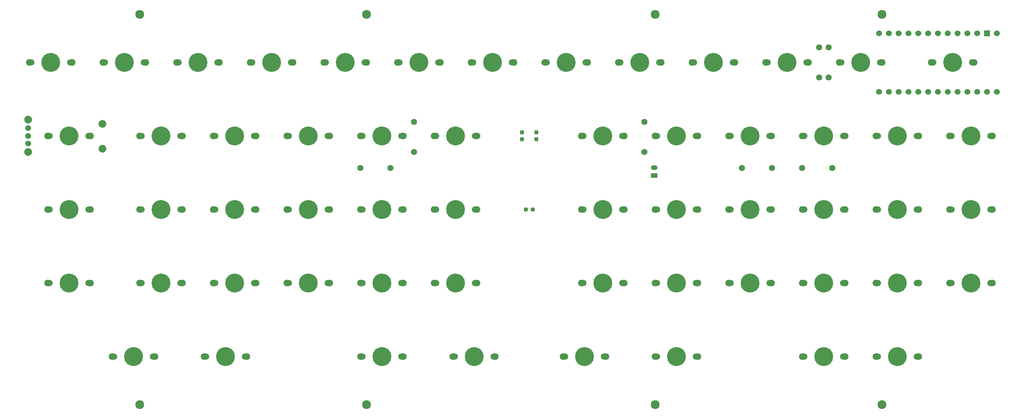
<source format=gbr>
%TF.GenerationSoftware,KiCad,Pcbnew,(6.0.5-0)*%
%TF.CreationDate,2022-06-30T23:43:56+09:00*%
%TF.ProjectId,denpa,64656e70-612e-46b6-9963-61645f706362,1*%
%TF.SameCoordinates,Original*%
%TF.FileFunction,Soldermask,Top*%
%TF.FilePolarity,Negative*%
%FSLAX46Y46*%
G04 Gerber Fmt 4.6, Leading zero omitted, Abs format (unit mm)*
G04 Created by KiCad (PCBNEW (6.0.5-0)) date 2022-06-30 23:43:56*
%MOMM*%
%LPD*%
G01*
G04 APERTURE LIST*
G04 Aperture macros list*
%AMRoundRect*
0 Rectangle with rounded corners*
0 $1 Rounding radius*
0 $2 $3 $4 $5 $6 $7 $8 $9 X,Y pos of 4 corners*
0 Add a 4 corners polygon primitive as box body*
4,1,4,$2,$3,$4,$5,$6,$7,$8,$9,$2,$3,0*
0 Add four circle primitives for the rounded corners*
1,1,$1+$1,$2,$3*
1,1,$1+$1,$4,$5*
1,1,$1+$1,$6,$7*
1,1,$1+$1,$8,$9*
0 Add four rect primitives between the rounded corners*
20,1,$1+$1,$2,$3,$4,$5,0*
20,1,$1+$1,$4,$5,$6,$7,0*
20,1,$1+$1,$6,$7,$8,$9,0*
20,1,$1+$1,$8,$9,$2,$3,0*%
G04 Aperture macros list end*
%ADD10C,1.700000*%
%ADD11C,1.800000*%
%ADD12C,4.900000*%
%ADD13C,2.300000*%
%ADD14RoundRect,0.237500X0.237500X-0.287500X0.237500X0.287500X-0.237500X0.287500X-0.237500X-0.287500X0*%
%ADD15RoundRect,0.237500X-0.287500X-0.237500X0.287500X-0.237500X0.287500X0.237500X-0.287500X0.237500X0*%
%ADD16C,1.524000*%
%ADD17R,1.524000X1.524000*%
%ADD18RoundRect,0.250000X0.625000X-0.350000X0.625000X0.350000X-0.625000X0.350000X-0.625000X-0.350000X0*%
%ADD19O,1.750000X1.200000*%
%ADD20C,1.600000*%
%ADD21C,2.000000*%
%ADD22C,1.500000*%
G04 APERTURE END LIST*
D10*
%TO.C,SW13*%
X84725000Y-96800000D03*
D11*
X85145000Y-96800000D03*
D12*
X79645000Y-96800000D03*
D11*
X74145000Y-96800000D03*
D10*
X74565000Y-96800000D03*
%TD*%
D11*
%TO.C,SW53*%
X256595000Y-96800000D03*
X245595000Y-96800000D03*
D10*
X256175000Y-96800000D03*
D12*
X251095000Y-96800000D03*
D10*
X246015000Y-96800000D03*
%TD*%
%TO.C,SW12*%
X84725000Y-77750000D03*
D11*
X74145000Y-77750000D03*
D10*
X74565000Y-77750000D03*
D12*
X79645000Y-77750000D03*
D11*
X85145000Y-77750000D03*
%TD*%
%TO.C,SW56*%
X270882500Y-58700000D03*
D10*
X260302500Y-58700000D03*
X270462500Y-58700000D03*
D11*
X259882500Y-58700000D03*
D12*
X265382500Y-58700000D03*
%TD*%
D10*
%TO.C,SW30*%
X136477500Y-134900000D03*
D11*
X147057500Y-134900000D03*
D12*
X141557500Y-134900000D03*
D10*
X146637500Y-134900000D03*
D11*
X136057500Y-134900000D03*
%TD*%
D12*
%TO.C,SW21*%
X108220000Y-58700000D03*
D10*
X113300000Y-58700000D03*
D11*
X113720000Y-58700000D03*
X102720000Y-58700000D03*
D10*
X103140000Y-58700000D03*
%TD*%
D11*
%TO.C,SW44*%
X207495000Y-96800000D03*
D12*
X212995000Y-96800000D03*
D11*
X218495000Y-96800000D03*
D10*
X207915000Y-96800000D03*
X218075000Y-96800000D03*
%TD*%
%TO.C,SW27*%
X141870000Y-77750000D03*
D11*
X131290000Y-77750000D03*
X142290000Y-77750000D03*
D10*
X131710000Y-77750000D03*
D12*
X136790000Y-77750000D03*
%TD*%
D10*
%TO.C,SW6*%
X45990000Y-58700000D03*
D12*
X51070000Y-58700000D03*
D10*
X56150000Y-58700000D03*
D11*
X45570000Y-58700000D03*
X56570000Y-58700000D03*
%TD*%
%TO.C,SW23*%
X123245000Y-96800000D03*
D12*
X117745000Y-96800000D03*
D10*
X112665000Y-96800000D03*
X122825000Y-96800000D03*
D11*
X112245000Y-96800000D03*
%TD*%
%TO.C,SW8*%
X55095000Y-96800000D03*
D10*
X55515000Y-96800000D03*
D11*
X66095000Y-96800000D03*
D12*
X60595000Y-96800000D03*
D10*
X65675000Y-96800000D03*
%TD*%
%TO.C,SW4*%
X41862500Y-115850000D03*
D11*
X42282500Y-115850000D03*
D10*
X31702500Y-115850000D03*
D12*
X36782500Y-115850000D03*
D11*
X31282500Y-115850000D03*
%TD*%
D12*
%TO.C,SW43*%
X212990000Y-77750000D03*
D10*
X207910000Y-77750000D03*
X218070000Y-77750000D03*
D11*
X207490000Y-77750000D03*
X218490000Y-77750000D03*
%TD*%
D10*
%TO.C,SW16*%
X94250000Y-58700000D03*
D12*
X89170000Y-58700000D03*
D10*
X84090000Y-58700000D03*
D11*
X83670000Y-58700000D03*
X94670000Y-58700000D03*
%TD*%
%TO.C,SW25*%
X112245000Y-134900000D03*
D12*
X117745000Y-134900000D03*
D10*
X122825000Y-134900000D03*
X112665000Y-134900000D03*
D11*
X123245000Y-134900000D03*
%TD*%
D10*
%TO.C,SW46*%
X217440000Y-58700000D03*
X227600000Y-58700000D03*
D12*
X222520000Y-58700000D03*
D11*
X228020000Y-58700000D03*
X217020000Y-58700000D03*
%TD*%
%TO.C,SW17*%
X104195000Y-77750000D03*
D10*
X103775000Y-77750000D03*
X93615000Y-77750000D03*
D12*
X98695000Y-77750000D03*
D11*
X93195000Y-77750000D03*
%TD*%
D13*
%TO.C,Ref\u002A\u002A*%
X113745000Y-147350000D03*
%TD*%
D12*
%TO.C,SW18*%
X98695000Y-96800000D03*
D11*
X104195000Y-96800000D03*
D10*
X103775000Y-96800000D03*
D11*
X93195000Y-96800000D03*
D10*
X93615000Y-96800000D03*
%TD*%
D14*
%TO.C,D31*%
X154000000Y-78625000D03*
X154000000Y-76875000D03*
%TD*%
D13*
%TO.C,Ref\u002A\u002A*%
X55070000Y-147350000D03*
%TD*%
D12*
%TO.C,SW2*%
X36782500Y-77750000D03*
D11*
X31282500Y-77750000D03*
D10*
X31702500Y-77750000D03*
X41862500Y-77750000D03*
D11*
X42282500Y-77750000D03*
%TD*%
%TO.C,SW41*%
X199445000Y-134900000D03*
D10*
X188865000Y-134900000D03*
D11*
X188445000Y-134900000D03*
D12*
X193945000Y-134900000D03*
D10*
X199025000Y-134900000D03*
%TD*%
D11*
%TO.C,SW33*%
X169390000Y-77750000D03*
X180390000Y-77750000D03*
D10*
X179970000Y-77750000D03*
X169810000Y-77750000D03*
D12*
X174890000Y-77750000D03*
%TD*%
D11*
%TO.C,SW10*%
X58951300Y-134900000D03*
D10*
X58531300Y-134900000D03*
D11*
X47951300Y-134900000D03*
D12*
X53451300Y-134900000D03*
D10*
X48371300Y-134900000D03*
%TD*%
D13*
%TO.C,Ref\u002A\u002A*%
X247090000Y-46250000D03*
%TD*%
D11*
%TO.C,SW47*%
X237540000Y-77750000D03*
D10*
X237120000Y-77750000D03*
D12*
X232040000Y-77750000D03*
D10*
X226960000Y-77750000D03*
D11*
X226540000Y-77750000D03*
%TD*%
D13*
%TO.C,Ref\u002A\u002A*%
X55070000Y-46250000D03*
%TD*%
D10*
%TO.C,SW19*%
X93615000Y-115850000D03*
D12*
X98695000Y-115850000D03*
D11*
X93195000Y-115850000D03*
X104195000Y-115850000D03*
D10*
X103775000Y-115850000D03*
%TD*%
D13*
%TO.C,Ref\u002A\u002A*%
X188420000Y-147350000D03*
%TD*%
D10*
%TO.C,SW24*%
X122825000Y-115850000D03*
X112665000Y-115850000D03*
D11*
X112245000Y-115850000D03*
D12*
X117745000Y-115850000D03*
D11*
X123245000Y-115850000D03*
%TD*%
%TO.C,SW14*%
X85145000Y-115850000D03*
X74145000Y-115850000D03*
D10*
X84725000Y-115850000D03*
X74565000Y-115850000D03*
D12*
X79645000Y-115850000D03*
%TD*%
D10*
%TO.C,SW49*%
X226965000Y-115850000D03*
D12*
X232045000Y-115850000D03*
D11*
X237545000Y-115850000D03*
D10*
X237125000Y-115850000D03*
D11*
X226545000Y-115850000D03*
%TD*%
%TO.C,SW58*%
X264645000Y-96800000D03*
D10*
X265065000Y-96800000D03*
X275225000Y-96800000D03*
D12*
X270145000Y-96800000D03*
D11*
X275645000Y-96800000D03*
%TD*%
%TO.C,SW32*%
X159870000Y-58700000D03*
X170870000Y-58700000D03*
D12*
X165370000Y-58700000D03*
D10*
X160290000Y-58700000D03*
X170450000Y-58700000D03*
%TD*%
D11*
%TO.C,SW45*%
X218495000Y-115850000D03*
D12*
X212995000Y-115850000D03*
D11*
X207495000Y-115850000D03*
D10*
X207915000Y-115850000D03*
X218075000Y-115850000D03*
%TD*%
%TO.C,SW50*%
X226965000Y-134900000D03*
D11*
X226545000Y-134900000D03*
D12*
X232045000Y-134900000D03*
D10*
X237125000Y-134900000D03*
D11*
X237545000Y-134900000D03*
%TD*%
D15*
%TO.C,D20*%
X154970000Y-96800000D03*
X156720000Y-96800000D03*
%TD*%
D11*
%TO.C,SW15*%
X71763800Y-134900000D03*
D10*
X72183800Y-134900000D03*
X82343800Y-134900000D03*
D11*
X82763800Y-134900000D03*
D12*
X77263800Y-134900000D03*
%TD*%
D13*
%TO.C,Ref\u002A\u002A*%
X247095000Y-147350000D03*
%TD*%
D10*
%TO.C,SW35*%
X179975000Y-115850000D03*
D11*
X180395000Y-115850000D03*
X169395000Y-115850000D03*
D12*
X174895000Y-115850000D03*
D10*
X169815000Y-115850000D03*
%TD*%
D11*
%TO.C,SW36*%
X164632500Y-134900000D03*
D10*
X175212500Y-134900000D03*
D12*
X170132500Y-134900000D03*
D11*
X175632500Y-134900000D03*
D10*
X165052500Y-134900000D03*
%TD*%
D14*
%TO.C,D33*%
X157690000Y-78625000D03*
X157690000Y-76875000D03*
%TD*%
D12*
%TO.C,SW38*%
X193940000Y-77750000D03*
D11*
X199440000Y-77750000D03*
D10*
X199020000Y-77750000D03*
D11*
X188440000Y-77750000D03*
D10*
X188860000Y-77750000D03*
%TD*%
D11*
%TO.C,SW28*%
X142295000Y-96800000D03*
D12*
X136795000Y-96800000D03*
D10*
X141875000Y-96800000D03*
D11*
X131295000Y-96800000D03*
D10*
X131715000Y-96800000D03*
%TD*%
D12*
%TO.C,SW42*%
X203470000Y-58700000D03*
D11*
X197970000Y-58700000D03*
X208970000Y-58700000D03*
D10*
X198390000Y-58700000D03*
X208550000Y-58700000D03*
%TD*%
%TO.C,SW11*%
X75200000Y-58700000D03*
D11*
X75620000Y-58700000D03*
X64620000Y-58700000D03*
D10*
X65040000Y-58700000D03*
D12*
X70120000Y-58700000D03*
%TD*%
D11*
%TO.C,SW1*%
X37520000Y-58700000D03*
D10*
X37100000Y-58700000D03*
X26940000Y-58700000D03*
D11*
X26520000Y-58700000D03*
D12*
X32020000Y-58700000D03*
%TD*%
D10*
%TO.C,SW39*%
X188865000Y-96800000D03*
D12*
X193945000Y-96800000D03*
D11*
X199445000Y-96800000D03*
X188445000Y-96800000D03*
D10*
X199025000Y-96800000D03*
%TD*%
D11*
%TO.C,SW51*%
X247070000Y-58700000D03*
D10*
X246650000Y-58700000D03*
X236490000Y-58700000D03*
D12*
X241570000Y-58700000D03*
D11*
X236070000Y-58700000D03*
%TD*%
D12*
%TO.C,SW54*%
X251095000Y-115850000D03*
D10*
X256175000Y-115850000D03*
D11*
X256595000Y-115850000D03*
X245595000Y-115850000D03*
D10*
X246015000Y-115850000D03*
%TD*%
D11*
%TO.C,SW52*%
X245590000Y-77750000D03*
X256590000Y-77750000D03*
D12*
X251090000Y-77750000D03*
D10*
X256170000Y-77750000D03*
X246010000Y-77750000D03*
%TD*%
D11*
%TO.C,SW31*%
X140820000Y-58700000D03*
D12*
X146320000Y-58700000D03*
D10*
X141240000Y-58700000D03*
X151400000Y-58700000D03*
D11*
X151820000Y-58700000D03*
%TD*%
%TO.C,SW40*%
X199445000Y-115850000D03*
D12*
X193945000Y-115850000D03*
D10*
X188865000Y-115850000D03*
D11*
X188445000Y-115850000D03*
D10*
X199025000Y-115850000D03*
%TD*%
%TO.C,SW26*%
X132350000Y-58700000D03*
D11*
X132770000Y-58700000D03*
X121770000Y-58700000D03*
D10*
X122190000Y-58700000D03*
D12*
X127270000Y-58700000D03*
%TD*%
D10*
%TO.C,SW29*%
X131715000Y-115850000D03*
D11*
X142295000Y-115850000D03*
D10*
X141875000Y-115850000D03*
D12*
X136795000Y-115850000D03*
D11*
X131295000Y-115850000D03*
%TD*%
%TO.C,SW57*%
X264640000Y-77750000D03*
D10*
X265060000Y-77750000D03*
X275220000Y-77750000D03*
D12*
X270140000Y-77750000D03*
D11*
X275640000Y-77750000D03*
%TD*%
D10*
%TO.C,SW48*%
X237125000Y-96800000D03*
D12*
X232045000Y-96800000D03*
D11*
X237545000Y-96800000D03*
X226545000Y-96800000D03*
D10*
X226965000Y-96800000D03*
%TD*%
D11*
%TO.C,SW59*%
X264645000Y-115850000D03*
D10*
X275225000Y-115850000D03*
D12*
X270145000Y-115850000D03*
D11*
X275645000Y-115850000D03*
D10*
X265065000Y-115850000D03*
%TD*%
%TO.C,SW22*%
X122825000Y-77750000D03*
D11*
X112245000Y-77750000D03*
D12*
X117745000Y-77750000D03*
D11*
X123245000Y-77750000D03*
D10*
X112665000Y-77750000D03*
%TD*%
%TO.C,SW9*%
X65675000Y-115850000D03*
D12*
X60595000Y-115850000D03*
D11*
X66095000Y-115850000D03*
D10*
X55515000Y-115850000D03*
D11*
X55095000Y-115850000D03*
%TD*%
D10*
%TO.C,SW3*%
X41862500Y-96800000D03*
D11*
X42282500Y-96800000D03*
D10*
X31702500Y-96800000D03*
D11*
X31282500Y-96800000D03*
D12*
X36782500Y-96800000D03*
%TD*%
D13*
%TO.C,Ref\u002A\u002A*%
X113745000Y-46250000D03*
%TD*%
D12*
%TO.C,SW34*%
X174895000Y-96800000D03*
D10*
X179975000Y-96800000D03*
D11*
X180395000Y-96800000D03*
X169395000Y-96800000D03*
D10*
X169815000Y-96800000D03*
%TD*%
%TO.C,SW7*%
X55510000Y-77750000D03*
D11*
X55090000Y-77750000D03*
X66090000Y-77750000D03*
D10*
X65670000Y-77750000D03*
D12*
X60590000Y-77750000D03*
%TD*%
D10*
%TO.C,SW55*%
X246015000Y-134900000D03*
D11*
X256595000Y-134900000D03*
D10*
X256175000Y-134900000D03*
D11*
X245595000Y-134900000D03*
D12*
X251095000Y-134900000D03*
%TD*%
D11*
%TO.C,SW37*%
X189920000Y-58700000D03*
D10*
X179340000Y-58700000D03*
X189500000Y-58700000D03*
D11*
X178920000Y-58700000D03*
D12*
X184420000Y-58700000D03*
%TD*%
D16*
%TO.C,U1*%
X276808000Y-51141400D03*
D17*
X274268000Y-51141400D03*
D16*
X271728000Y-51141400D03*
X269188000Y-51141400D03*
X266648000Y-51141400D03*
X264108000Y-51141400D03*
X261568000Y-51141400D03*
X259028000Y-51141400D03*
X256488000Y-51141400D03*
X253948000Y-51141400D03*
X251408000Y-51141400D03*
X248868000Y-51141400D03*
X246328000Y-51141400D03*
X246328000Y-66361400D03*
X248868000Y-66361400D03*
X251408000Y-66361400D03*
X253948000Y-66361400D03*
X256488000Y-66361400D03*
X259028000Y-66361400D03*
X261568000Y-66361400D03*
X264108000Y-66361400D03*
X266648000Y-66361400D03*
X269188000Y-66361400D03*
X271728000Y-66361400D03*
X274268000Y-66361400D03*
X276808000Y-66361400D03*
%TD*%
D13*
%TO.C,Ref\u002A\u002A*%
X188420000Y-46250000D03*
%TD*%
D18*
%TO.C,J1*%
X188125000Y-88000000D03*
D19*
X188125000Y-86000000D03*
%TD*%
D20*
%TO.C,R2*%
X185665000Y-74100000D03*
X185665000Y-81900000D03*
%TD*%
%TO.C,R4*%
X230795000Y-54800000D03*
X230795000Y-62600000D03*
%TD*%
%TO.C,R6*%
X210815000Y-86040000D03*
X218615000Y-86040000D03*
%TD*%
%TO.C,R7*%
X226415000Y-86040000D03*
X234215000Y-86040000D03*
%TD*%
%TO.C,R5*%
X126000000Y-81900000D03*
X126000000Y-74100000D03*
%TD*%
%TO.C,R3*%
X233285000Y-62600000D03*
X233285000Y-54800000D03*
%TD*%
D21*
%TO.C,SW5*%
X26225000Y-81940000D03*
X26225000Y-73540000D03*
D22*
X26225000Y-79740000D03*
X26225000Y-77740000D03*
X26225000Y-75740000D03*
%TD*%
D21*
%TO.C,SW20*%
X45395000Y-74590000D03*
X45395000Y-81090000D03*
%TD*%
D20*
%TO.C,R1*%
X119920000Y-86040000D03*
X112120000Y-86040000D03*
%TD*%
M02*

</source>
